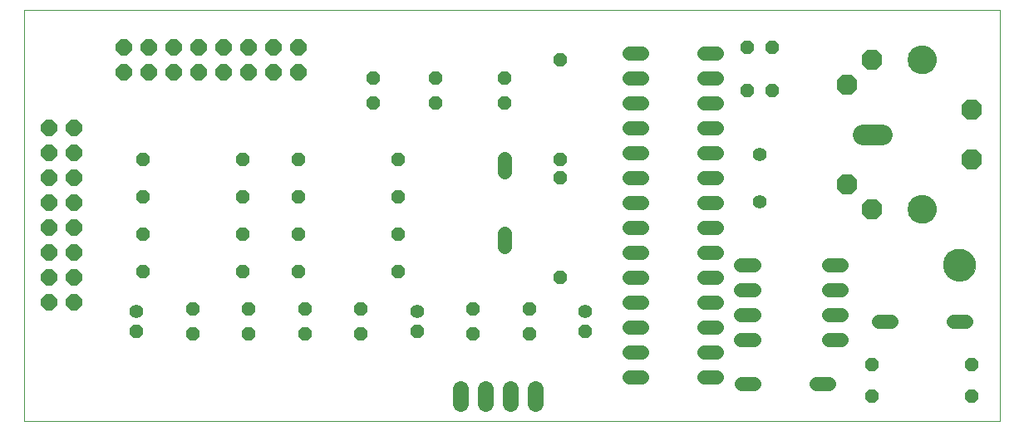
<source format=gbs>
G75*
%MOIN*%
%OFA0B0*%
%FSLAX25Y25*%
%IPPOS*%
%LPD*%
%AMOC8*
5,1,8,0,0,1.08239X$1,22.5*
%
%ADD10C,0.00000*%
%ADD11C,0.12998*%
%ADD12OC8,0.05600*%
%ADD13C,0.05600*%
%ADD14OC8,0.06400*%
%ADD15C,0.05600*%
%ADD16C,0.06400*%
%ADD17C,0.08200*%
%ADD18OC8,0.08200*%
%ADD19C,0.11400*%
D10*
X0001000Y0002875D02*
X0001000Y0167835D01*
X0392201Y0167835D01*
X0392201Y0002875D01*
X0001000Y0002875D01*
X0355500Y0087875D02*
X0355502Y0088023D01*
X0355508Y0088171D01*
X0355518Y0088319D01*
X0355532Y0088467D01*
X0355550Y0088614D01*
X0355572Y0088761D01*
X0355598Y0088907D01*
X0355627Y0089052D01*
X0355661Y0089197D01*
X0355699Y0089340D01*
X0355740Y0089483D01*
X0355785Y0089624D01*
X0355835Y0089764D01*
X0355887Y0089902D01*
X0355944Y0090040D01*
X0356004Y0090175D01*
X0356068Y0090309D01*
X0356135Y0090441D01*
X0356206Y0090571D01*
X0356281Y0090700D01*
X0356359Y0090826D01*
X0356440Y0090950D01*
X0356524Y0091072D01*
X0356612Y0091191D01*
X0356703Y0091308D01*
X0356797Y0091423D01*
X0356895Y0091535D01*
X0356995Y0091644D01*
X0357098Y0091751D01*
X0357204Y0091855D01*
X0357312Y0091956D01*
X0357424Y0092054D01*
X0357538Y0092149D01*
X0357654Y0092240D01*
X0357773Y0092329D01*
X0357894Y0092414D01*
X0358018Y0092496D01*
X0358144Y0092575D01*
X0358271Y0092650D01*
X0358401Y0092722D01*
X0358533Y0092791D01*
X0358666Y0092855D01*
X0358801Y0092916D01*
X0358938Y0092974D01*
X0359076Y0093028D01*
X0359216Y0093078D01*
X0359357Y0093124D01*
X0359499Y0093166D01*
X0359642Y0093205D01*
X0359786Y0093239D01*
X0359932Y0093270D01*
X0360077Y0093297D01*
X0360224Y0093320D01*
X0360371Y0093339D01*
X0360519Y0093354D01*
X0360666Y0093365D01*
X0360815Y0093372D01*
X0360963Y0093375D01*
X0361111Y0093374D01*
X0361259Y0093369D01*
X0361407Y0093360D01*
X0361555Y0093347D01*
X0361703Y0093330D01*
X0361849Y0093309D01*
X0361996Y0093284D01*
X0362141Y0093255D01*
X0362286Y0093223D01*
X0362429Y0093186D01*
X0362572Y0093146D01*
X0362714Y0093101D01*
X0362854Y0093053D01*
X0362993Y0093001D01*
X0363130Y0092946D01*
X0363266Y0092886D01*
X0363401Y0092823D01*
X0363533Y0092757D01*
X0363664Y0092687D01*
X0363793Y0092613D01*
X0363919Y0092536D01*
X0364044Y0092456D01*
X0364166Y0092372D01*
X0364287Y0092285D01*
X0364404Y0092195D01*
X0364520Y0092101D01*
X0364632Y0092005D01*
X0364742Y0091906D01*
X0364850Y0091803D01*
X0364954Y0091698D01*
X0365056Y0091590D01*
X0365154Y0091479D01*
X0365250Y0091366D01*
X0365343Y0091250D01*
X0365432Y0091132D01*
X0365518Y0091011D01*
X0365601Y0090888D01*
X0365681Y0090763D01*
X0365757Y0090636D01*
X0365830Y0090506D01*
X0365899Y0090375D01*
X0365964Y0090242D01*
X0366027Y0090108D01*
X0366085Y0089971D01*
X0366140Y0089833D01*
X0366190Y0089694D01*
X0366238Y0089553D01*
X0366281Y0089412D01*
X0366321Y0089269D01*
X0366356Y0089125D01*
X0366388Y0088980D01*
X0366416Y0088834D01*
X0366440Y0088688D01*
X0366460Y0088541D01*
X0366476Y0088393D01*
X0366488Y0088246D01*
X0366496Y0088097D01*
X0366500Y0087949D01*
X0366500Y0087801D01*
X0366496Y0087653D01*
X0366488Y0087504D01*
X0366476Y0087357D01*
X0366460Y0087209D01*
X0366440Y0087062D01*
X0366416Y0086916D01*
X0366388Y0086770D01*
X0366356Y0086625D01*
X0366321Y0086481D01*
X0366281Y0086338D01*
X0366238Y0086197D01*
X0366190Y0086056D01*
X0366140Y0085917D01*
X0366085Y0085779D01*
X0366027Y0085642D01*
X0365964Y0085508D01*
X0365899Y0085375D01*
X0365830Y0085244D01*
X0365757Y0085114D01*
X0365681Y0084987D01*
X0365601Y0084862D01*
X0365518Y0084739D01*
X0365432Y0084618D01*
X0365343Y0084500D01*
X0365250Y0084384D01*
X0365154Y0084271D01*
X0365056Y0084160D01*
X0364954Y0084052D01*
X0364850Y0083947D01*
X0364742Y0083844D01*
X0364632Y0083745D01*
X0364520Y0083649D01*
X0364404Y0083555D01*
X0364287Y0083465D01*
X0364166Y0083378D01*
X0364044Y0083294D01*
X0363919Y0083214D01*
X0363793Y0083137D01*
X0363664Y0083063D01*
X0363533Y0082993D01*
X0363401Y0082927D01*
X0363266Y0082864D01*
X0363130Y0082804D01*
X0362993Y0082749D01*
X0362854Y0082697D01*
X0362714Y0082649D01*
X0362572Y0082604D01*
X0362429Y0082564D01*
X0362286Y0082527D01*
X0362141Y0082495D01*
X0361996Y0082466D01*
X0361849Y0082441D01*
X0361703Y0082420D01*
X0361555Y0082403D01*
X0361407Y0082390D01*
X0361259Y0082381D01*
X0361111Y0082376D01*
X0360963Y0082375D01*
X0360815Y0082378D01*
X0360666Y0082385D01*
X0360519Y0082396D01*
X0360371Y0082411D01*
X0360224Y0082430D01*
X0360077Y0082453D01*
X0359932Y0082480D01*
X0359786Y0082511D01*
X0359642Y0082545D01*
X0359499Y0082584D01*
X0359357Y0082626D01*
X0359216Y0082672D01*
X0359076Y0082722D01*
X0358938Y0082776D01*
X0358801Y0082834D01*
X0358666Y0082895D01*
X0358533Y0082959D01*
X0358401Y0083028D01*
X0358271Y0083100D01*
X0358144Y0083175D01*
X0358018Y0083254D01*
X0357894Y0083336D01*
X0357773Y0083421D01*
X0357654Y0083510D01*
X0357538Y0083601D01*
X0357424Y0083696D01*
X0357312Y0083794D01*
X0357204Y0083895D01*
X0357098Y0083999D01*
X0356995Y0084106D01*
X0356895Y0084215D01*
X0356797Y0084327D01*
X0356703Y0084442D01*
X0356612Y0084559D01*
X0356524Y0084678D01*
X0356440Y0084800D01*
X0356359Y0084924D01*
X0356281Y0085050D01*
X0356206Y0085179D01*
X0356135Y0085309D01*
X0356068Y0085441D01*
X0356004Y0085575D01*
X0355944Y0085710D01*
X0355887Y0085848D01*
X0355835Y0085986D01*
X0355785Y0086126D01*
X0355740Y0086267D01*
X0355699Y0086410D01*
X0355661Y0086553D01*
X0355627Y0086698D01*
X0355598Y0086843D01*
X0355572Y0086989D01*
X0355550Y0087136D01*
X0355532Y0087283D01*
X0355518Y0087431D01*
X0355508Y0087579D01*
X0355502Y0087727D01*
X0355500Y0087875D01*
X0369701Y0065375D02*
X0369703Y0065533D01*
X0369709Y0065691D01*
X0369719Y0065849D01*
X0369733Y0066007D01*
X0369751Y0066164D01*
X0369772Y0066321D01*
X0369798Y0066477D01*
X0369828Y0066633D01*
X0369861Y0066788D01*
X0369899Y0066941D01*
X0369940Y0067094D01*
X0369985Y0067246D01*
X0370034Y0067397D01*
X0370087Y0067546D01*
X0370143Y0067694D01*
X0370203Y0067840D01*
X0370267Y0067985D01*
X0370335Y0068128D01*
X0370406Y0068270D01*
X0370480Y0068410D01*
X0370558Y0068547D01*
X0370640Y0068683D01*
X0370724Y0068817D01*
X0370813Y0068948D01*
X0370904Y0069077D01*
X0370999Y0069204D01*
X0371096Y0069329D01*
X0371197Y0069451D01*
X0371301Y0069570D01*
X0371408Y0069687D01*
X0371518Y0069801D01*
X0371631Y0069912D01*
X0371746Y0070021D01*
X0371864Y0070126D01*
X0371985Y0070228D01*
X0372108Y0070328D01*
X0372234Y0070424D01*
X0372362Y0070517D01*
X0372492Y0070607D01*
X0372625Y0070693D01*
X0372760Y0070777D01*
X0372896Y0070856D01*
X0373035Y0070933D01*
X0373176Y0071005D01*
X0373318Y0071075D01*
X0373462Y0071140D01*
X0373608Y0071202D01*
X0373755Y0071260D01*
X0373904Y0071315D01*
X0374054Y0071366D01*
X0374205Y0071413D01*
X0374357Y0071456D01*
X0374510Y0071495D01*
X0374665Y0071531D01*
X0374820Y0071562D01*
X0374976Y0071590D01*
X0375132Y0071614D01*
X0375289Y0071634D01*
X0375447Y0071650D01*
X0375604Y0071662D01*
X0375763Y0071670D01*
X0375921Y0071674D01*
X0376079Y0071674D01*
X0376237Y0071670D01*
X0376396Y0071662D01*
X0376553Y0071650D01*
X0376711Y0071634D01*
X0376868Y0071614D01*
X0377024Y0071590D01*
X0377180Y0071562D01*
X0377335Y0071531D01*
X0377490Y0071495D01*
X0377643Y0071456D01*
X0377795Y0071413D01*
X0377946Y0071366D01*
X0378096Y0071315D01*
X0378245Y0071260D01*
X0378392Y0071202D01*
X0378538Y0071140D01*
X0378682Y0071075D01*
X0378824Y0071005D01*
X0378965Y0070933D01*
X0379104Y0070856D01*
X0379240Y0070777D01*
X0379375Y0070693D01*
X0379508Y0070607D01*
X0379638Y0070517D01*
X0379766Y0070424D01*
X0379892Y0070328D01*
X0380015Y0070228D01*
X0380136Y0070126D01*
X0380254Y0070021D01*
X0380369Y0069912D01*
X0380482Y0069801D01*
X0380592Y0069687D01*
X0380699Y0069570D01*
X0380803Y0069451D01*
X0380904Y0069329D01*
X0381001Y0069204D01*
X0381096Y0069077D01*
X0381187Y0068948D01*
X0381276Y0068817D01*
X0381360Y0068683D01*
X0381442Y0068547D01*
X0381520Y0068410D01*
X0381594Y0068270D01*
X0381665Y0068128D01*
X0381733Y0067985D01*
X0381797Y0067840D01*
X0381857Y0067694D01*
X0381913Y0067546D01*
X0381966Y0067397D01*
X0382015Y0067246D01*
X0382060Y0067094D01*
X0382101Y0066941D01*
X0382139Y0066788D01*
X0382172Y0066633D01*
X0382202Y0066477D01*
X0382228Y0066321D01*
X0382249Y0066164D01*
X0382267Y0066007D01*
X0382281Y0065849D01*
X0382291Y0065691D01*
X0382297Y0065533D01*
X0382299Y0065375D01*
X0382297Y0065217D01*
X0382291Y0065059D01*
X0382281Y0064901D01*
X0382267Y0064743D01*
X0382249Y0064586D01*
X0382228Y0064429D01*
X0382202Y0064273D01*
X0382172Y0064117D01*
X0382139Y0063962D01*
X0382101Y0063809D01*
X0382060Y0063656D01*
X0382015Y0063504D01*
X0381966Y0063353D01*
X0381913Y0063204D01*
X0381857Y0063056D01*
X0381797Y0062910D01*
X0381733Y0062765D01*
X0381665Y0062622D01*
X0381594Y0062480D01*
X0381520Y0062340D01*
X0381442Y0062203D01*
X0381360Y0062067D01*
X0381276Y0061933D01*
X0381187Y0061802D01*
X0381096Y0061673D01*
X0381001Y0061546D01*
X0380904Y0061421D01*
X0380803Y0061299D01*
X0380699Y0061180D01*
X0380592Y0061063D01*
X0380482Y0060949D01*
X0380369Y0060838D01*
X0380254Y0060729D01*
X0380136Y0060624D01*
X0380015Y0060522D01*
X0379892Y0060422D01*
X0379766Y0060326D01*
X0379638Y0060233D01*
X0379508Y0060143D01*
X0379375Y0060057D01*
X0379240Y0059973D01*
X0379104Y0059894D01*
X0378965Y0059817D01*
X0378824Y0059745D01*
X0378682Y0059675D01*
X0378538Y0059610D01*
X0378392Y0059548D01*
X0378245Y0059490D01*
X0378096Y0059435D01*
X0377946Y0059384D01*
X0377795Y0059337D01*
X0377643Y0059294D01*
X0377490Y0059255D01*
X0377335Y0059219D01*
X0377180Y0059188D01*
X0377024Y0059160D01*
X0376868Y0059136D01*
X0376711Y0059116D01*
X0376553Y0059100D01*
X0376396Y0059088D01*
X0376237Y0059080D01*
X0376079Y0059076D01*
X0375921Y0059076D01*
X0375763Y0059080D01*
X0375604Y0059088D01*
X0375447Y0059100D01*
X0375289Y0059116D01*
X0375132Y0059136D01*
X0374976Y0059160D01*
X0374820Y0059188D01*
X0374665Y0059219D01*
X0374510Y0059255D01*
X0374357Y0059294D01*
X0374205Y0059337D01*
X0374054Y0059384D01*
X0373904Y0059435D01*
X0373755Y0059490D01*
X0373608Y0059548D01*
X0373462Y0059610D01*
X0373318Y0059675D01*
X0373176Y0059745D01*
X0373035Y0059817D01*
X0372896Y0059894D01*
X0372760Y0059973D01*
X0372625Y0060057D01*
X0372492Y0060143D01*
X0372362Y0060233D01*
X0372234Y0060326D01*
X0372108Y0060422D01*
X0371985Y0060522D01*
X0371864Y0060624D01*
X0371746Y0060729D01*
X0371631Y0060838D01*
X0371518Y0060949D01*
X0371408Y0061063D01*
X0371301Y0061180D01*
X0371197Y0061299D01*
X0371096Y0061421D01*
X0370999Y0061546D01*
X0370904Y0061673D01*
X0370813Y0061802D01*
X0370724Y0061933D01*
X0370640Y0062067D01*
X0370558Y0062203D01*
X0370480Y0062340D01*
X0370406Y0062480D01*
X0370335Y0062622D01*
X0370267Y0062765D01*
X0370203Y0062910D01*
X0370143Y0063056D01*
X0370087Y0063204D01*
X0370034Y0063353D01*
X0369985Y0063504D01*
X0369940Y0063656D01*
X0369899Y0063809D01*
X0369861Y0063962D01*
X0369828Y0064117D01*
X0369798Y0064273D01*
X0369772Y0064429D01*
X0369751Y0064586D01*
X0369733Y0064743D01*
X0369719Y0064901D01*
X0369709Y0065059D01*
X0369703Y0065217D01*
X0369701Y0065375D01*
X0355500Y0147875D02*
X0355502Y0148023D01*
X0355508Y0148171D01*
X0355518Y0148319D01*
X0355532Y0148467D01*
X0355550Y0148614D01*
X0355572Y0148761D01*
X0355598Y0148907D01*
X0355627Y0149052D01*
X0355661Y0149197D01*
X0355699Y0149340D01*
X0355740Y0149483D01*
X0355785Y0149624D01*
X0355835Y0149764D01*
X0355887Y0149902D01*
X0355944Y0150040D01*
X0356004Y0150175D01*
X0356068Y0150309D01*
X0356135Y0150441D01*
X0356206Y0150571D01*
X0356281Y0150700D01*
X0356359Y0150826D01*
X0356440Y0150950D01*
X0356524Y0151072D01*
X0356612Y0151191D01*
X0356703Y0151308D01*
X0356797Y0151423D01*
X0356895Y0151535D01*
X0356995Y0151644D01*
X0357098Y0151751D01*
X0357204Y0151855D01*
X0357312Y0151956D01*
X0357424Y0152054D01*
X0357538Y0152149D01*
X0357654Y0152240D01*
X0357773Y0152329D01*
X0357894Y0152414D01*
X0358018Y0152496D01*
X0358144Y0152575D01*
X0358271Y0152650D01*
X0358401Y0152722D01*
X0358533Y0152791D01*
X0358666Y0152855D01*
X0358801Y0152916D01*
X0358938Y0152974D01*
X0359076Y0153028D01*
X0359216Y0153078D01*
X0359357Y0153124D01*
X0359499Y0153166D01*
X0359642Y0153205D01*
X0359786Y0153239D01*
X0359932Y0153270D01*
X0360077Y0153297D01*
X0360224Y0153320D01*
X0360371Y0153339D01*
X0360519Y0153354D01*
X0360666Y0153365D01*
X0360815Y0153372D01*
X0360963Y0153375D01*
X0361111Y0153374D01*
X0361259Y0153369D01*
X0361407Y0153360D01*
X0361555Y0153347D01*
X0361703Y0153330D01*
X0361849Y0153309D01*
X0361996Y0153284D01*
X0362141Y0153255D01*
X0362286Y0153223D01*
X0362429Y0153186D01*
X0362572Y0153146D01*
X0362714Y0153101D01*
X0362854Y0153053D01*
X0362993Y0153001D01*
X0363130Y0152946D01*
X0363266Y0152886D01*
X0363401Y0152823D01*
X0363533Y0152757D01*
X0363664Y0152687D01*
X0363793Y0152613D01*
X0363919Y0152536D01*
X0364044Y0152456D01*
X0364166Y0152372D01*
X0364287Y0152285D01*
X0364404Y0152195D01*
X0364520Y0152101D01*
X0364632Y0152005D01*
X0364742Y0151906D01*
X0364850Y0151803D01*
X0364954Y0151698D01*
X0365056Y0151590D01*
X0365154Y0151479D01*
X0365250Y0151366D01*
X0365343Y0151250D01*
X0365432Y0151132D01*
X0365518Y0151011D01*
X0365601Y0150888D01*
X0365681Y0150763D01*
X0365757Y0150636D01*
X0365830Y0150506D01*
X0365899Y0150375D01*
X0365964Y0150242D01*
X0366027Y0150108D01*
X0366085Y0149971D01*
X0366140Y0149833D01*
X0366190Y0149694D01*
X0366238Y0149553D01*
X0366281Y0149412D01*
X0366321Y0149269D01*
X0366356Y0149125D01*
X0366388Y0148980D01*
X0366416Y0148834D01*
X0366440Y0148688D01*
X0366460Y0148541D01*
X0366476Y0148393D01*
X0366488Y0148246D01*
X0366496Y0148097D01*
X0366500Y0147949D01*
X0366500Y0147801D01*
X0366496Y0147653D01*
X0366488Y0147504D01*
X0366476Y0147357D01*
X0366460Y0147209D01*
X0366440Y0147062D01*
X0366416Y0146916D01*
X0366388Y0146770D01*
X0366356Y0146625D01*
X0366321Y0146481D01*
X0366281Y0146338D01*
X0366238Y0146197D01*
X0366190Y0146056D01*
X0366140Y0145917D01*
X0366085Y0145779D01*
X0366027Y0145642D01*
X0365964Y0145508D01*
X0365899Y0145375D01*
X0365830Y0145244D01*
X0365757Y0145114D01*
X0365681Y0144987D01*
X0365601Y0144862D01*
X0365518Y0144739D01*
X0365432Y0144618D01*
X0365343Y0144500D01*
X0365250Y0144384D01*
X0365154Y0144271D01*
X0365056Y0144160D01*
X0364954Y0144052D01*
X0364850Y0143947D01*
X0364742Y0143844D01*
X0364632Y0143745D01*
X0364520Y0143649D01*
X0364404Y0143555D01*
X0364287Y0143465D01*
X0364166Y0143378D01*
X0364044Y0143294D01*
X0363919Y0143214D01*
X0363793Y0143137D01*
X0363664Y0143063D01*
X0363533Y0142993D01*
X0363401Y0142927D01*
X0363266Y0142864D01*
X0363130Y0142804D01*
X0362993Y0142749D01*
X0362854Y0142697D01*
X0362714Y0142649D01*
X0362572Y0142604D01*
X0362429Y0142564D01*
X0362286Y0142527D01*
X0362141Y0142495D01*
X0361996Y0142466D01*
X0361849Y0142441D01*
X0361703Y0142420D01*
X0361555Y0142403D01*
X0361407Y0142390D01*
X0361259Y0142381D01*
X0361111Y0142376D01*
X0360963Y0142375D01*
X0360815Y0142378D01*
X0360666Y0142385D01*
X0360519Y0142396D01*
X0360371Y0142411D01*
X0360224Y0142430D01*
X0360077Y0142453D01*
X0359932Y0142480D01*
X0359786Y0142511D01*
X0359642Y0142545D01*
X0359499Y0142584D01*
X0359357Y0142626D01*
X0359216Y0142672D01*
X0359076Y0142722D01*
X0358938Y0142776D01*
X0358801Y0142834D01*
X0358666Y0142895D01*
X0358533Y0142959D01*
X0358401Y0143028D01*
X0358271Y0143100D01*
X0358144Y0143175D01*
X0358018Y0143254D01*
X0357894Y0143336D01*
X0357773Y0143421D01*
X0357654Y0143510D01*
X0357538Y0143601D01*
X0357424Y0143696D01*
X0357312Y0143794D01*
X0357204Y0143895D01*
X0357098Y0143999D01*
X0356995Y0144106D01*
X0356895Y0144215D01*
X0356797Y0144327D01*
X0356703Y0144442D01*
X0356612Y0144559D01*
X0356524Y0144678D01*
X0356440Y0144800D01*
X0356359Y0144924D01*
X0356281Y0145050D01*
X0356206Y0145179D01*
X0356135Y0145309D01*
X0356068Y0145441D01*
X0356004Y0145575D01*
X0355944Y0145710D01*
X0355887Y0145848D01*
X0355835Y0145986D01*
X0355785Y0146126D01*
X0355740Y0146267D01*
X0355699Y0146410D01*
X0355661Y0146553D01*
X0355627Y0146698D01*
X0355598Y0146843D01*
X0355572Y0146989D01*
X0355550Y0147136D01*
X0355532Y0147283D01*
X0355518Y0147431D01*
X0355508Y0147579D01*
X0355502Y0147727D01*
X0355500Y0147875D01*
D11*
X0376000Y0065375D03*
D12*
X0381000Y0025375D03*
X0381000Y0012875D03*
X0341000Y0012875D03*
X0341000Y0025375D03*
X0226000Y0038875D03*
X0203500Y0037875D03*
X0181000Y0037875D03*
X0181000Y0047875D03*
X0203500Y0047875D03*
X0216000Y0060375D03*
X0158500Y0038875D03*
X0136000Y0037875D03*
X0136000Y0047875D03*
X0113500Y0047875D03*
X0091000Y0047875D03*
X0091000Y0037875D03*
X0113500Y0037875D03*
X0068500Y0037875D03*
X0068500Y0047875D03*
X0046000Y0038875D03*
X0048500Y0062875D03*
X0048500Y0077875D03*
X0048500Y0092875D03*
X0048500Y0107875D03*
X0088500Y0107875D03*
X0111000Y0107875D03*
X0111000Y0092875D03*
X0088500Y0092875D03*
X0088500Y0077875D03*
X0111000Y0077875D03*
X0111000Y0062875D03*
X0088500Y0062875D03*
X0151000Y0062875D03*
X0151000Y0077875D03*
X0151000Y0092875D03*
X0151000Y0107875D03*
X0141000Y0130375D03*
X0141000Y0140375D03*
X0166000Y0140375D03*
X0166000Y0130375D03*
X0193500Y0130375D03*
X0193500Y0140375D03*
X0216000Y0147875D03*
X0291000Y0152875D03*
X0301000Y0152875D03*
X0301000Y0135375D03*
X0291000Y0135375D03*
X0216000Y0107875D03*
X0216000Y0100375D03*
D13*
X0193500Y0102775D02*
X0193500Y0107975D01*
X0243400Y0110375D02*
X0248600Y0110375D01*
X0248600Y0120375D02*
X0243400Y0120375D01*
X0243400Y0130375D02*
X0248600Y0130375D01*
X0248600Y0140375D02*
X0243400Y0140375D01*
X0243400Y0150375D02*
X0248600Y0150375D01*
X0273400Y0150375D02*
X0278600Y0150375D01*
X0278600Y0140375D02*
X0273400Y0140375D01*
X0273400Y0130375D02*
X0278600Y0130375D01*
X0278600Y0120375D02*
X0273400Y0120375D01*
X0273400Y0110375D02*
X0278600Y0110375D01*
X0278600Y0100375D02*
X0273400Y0100375D01*
X0273400Y0090375D02*
X0278600Y0090375D01*
X0278600Y0080375D02*
X0273400Y0080375D01*
X0273400Y0070375D02*
X0278600Y0070375D01*
X0288300Y0065375D02*
X0293500Y0065375D01*
X0278600Y0060375D02*
X0273400Y0060375D01*
X0288300Y0055375D02*
X0293500Y0055375D01*
X0278600Y0050375D02*
X0273400Y0050375D01*
X0288300Y0045375D02*
X0293500Y0045375D01*
X0278600Y0040375D02*
X0273400Y0040375D01*
X0288300Y0035375D02*
X0293500Y0035375D01*
X0278600Y0030375D02*
X0273400Y0030375D01*
X0273400Y0020375D02*
X0278600Y0020375D01*
X0288400Y0017875D02*
X0293600Y0017875D01*
X0318400Y0017875D02*
X0323600Y0017875D01*
X0323500Y0035375D02*
X0328700Y0035375D01*
X0343400Y0042875D02*
X0348600Y0042875D01*
X0328700Y0045375D02*
X0323500Y0045375D01*
X0323500Y0055375D02*
X0328700Y0055375D01*
X0328700Y0065375D02*
X0323500Y0065375D01*
X0373400Y0042875D02*
X0378600Y0042875D01*
X0248600Y0040375D02*
X0243400Y0040375D01*
X0243400Y0050375D02*
X0248600Y0050375D01*
X0248600Y0060375D02*
X0243400Y0060375D01*
X0243400Y0070375D02*
X0248600Y0070375D01*
X0248600Y0080375D02*
X0243400Y0080375D01*
X0243400Y0090375D02*
X0248600Y0090375D01*
X0248600Y0100375D02*
X0243400Y0100375D01*
X0193500Y0077975D02*
X0193500Y0072775D01*
X0243400Y0030375D02*
X0248600Y0030375D01*
X0248600Y0020375D02*
X0243400Y0020375D01*
D14*
X0021000Y0050375D03*
X0011000Y0050375D03*
X0011000Y0060375D03*
X0021000Y0060375D03*
X0021000Y0070375D03*
X0011000Y0070375D03*
X0011000Y0080375D03*
X0021000Y0080375D03*
X0021000Y0090375D03*
X0011000Y0090375D03*
X0011000Y0100375D03*
X0021000Y0100375D03*
X0021000Y0110375D03*
X0011000Y0110375D03*
X0011000Y0120375D03*
X0021000Y0120375D03*
X0041000Y0142875D03*
X0051000Y0142875D03*
X0061000Y0142875D03*
X0071000Y0142875D03*
X0081000Y0142875D03*
X0091000Y0142875D03*
X0101000Y0142875D03*
X0111000Y0142875D03*
X0111000Y0152875D03*
X0101000Y0152875D03*
X0091000Y0152875D03*
X0081000Y0152875D03*
X0071000Y0152875D03*
X0061000Y0152875D03*
X0051000Y0152875D03*
X0041000Y0152875D03*
D15*
X0046000Y0046875D03*
X0158500Y0046875D03*
X0226000Y0046875D03*
X0296000Y0090875D03*
X0296000Y0109875D03*
D16*
X0206000Y0015875D02*
X0206000Y0009875D01*
X0196000Y0009875D02*
X0196000Y0015875D01*
X0186000Y0015875D02*
X0186000Y0009875D01*
X0176000Y0009875D02*
X0176000Y0015875D01*
D17*
X0337100Y0117875D02*
X0344900Y0117875D01*
D18*
X0381000Y0127875D03*
X0381000Y0107875D03*
X0341000Y0087875D03*
X0331000Y0097875D03*
X0331000Y0137875D03*
X0341000Y0147875D03*
D19*
X0361000Y0147875D03*
X0361000Y0087875D03*
M02*

</source>
